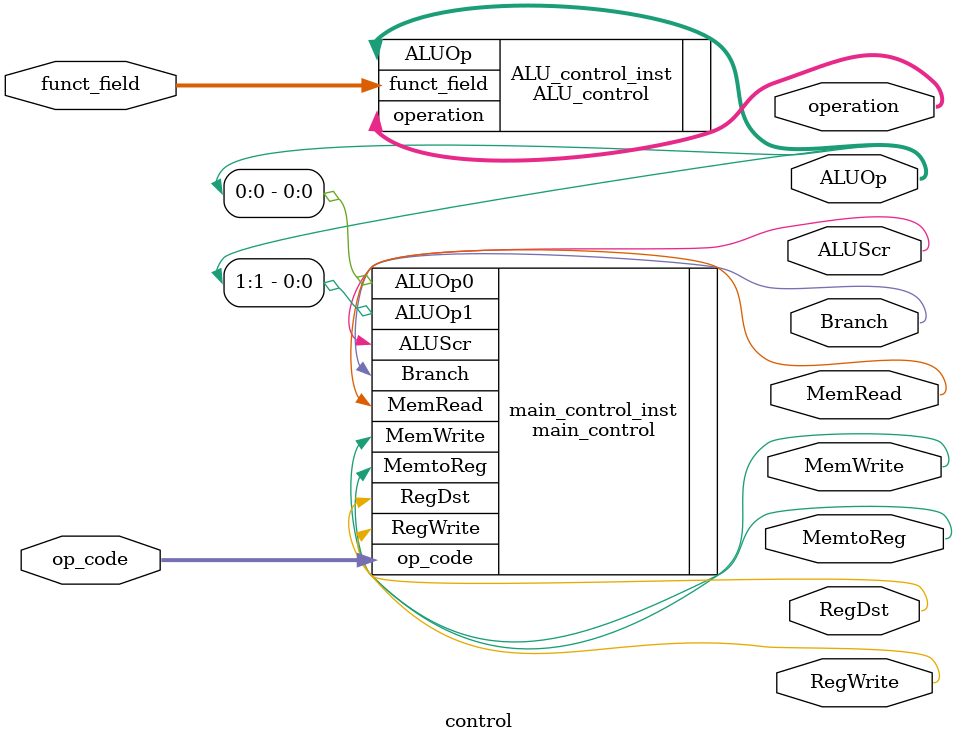
<source format=sv>
`timescale 1ns/10ps

module control(
    input logic [5:0] op_code, funct_field,
    output logic RegDst, ALUScr, MemtoReg, RegWrite, MemRead, MemWrite, Branch, 
    output logic [1:0] ALUOp,
    output logic [3:0] operation
);

    main_control main_control_inst(
        .op_code(op_code),
        .RegDst(RegDst),
        .ALUScr(ALUScr),
        .MemtoReg(MemtoReg),
        .RegWrite(RegWrite),
        .MemRead(MemRead),
        .MemWrite(MemWrite),
        .Branch(Branch),
        .ALUOp1(ALUOp[1]),
        .ALUOp0(ALUOp[0])
    );

    ALU_control ALU_control_inst(
        .ALUOp(ALUOp),
        .funct_field(funct_field),
        .operation(operation)
    );

endmodule
</source>
